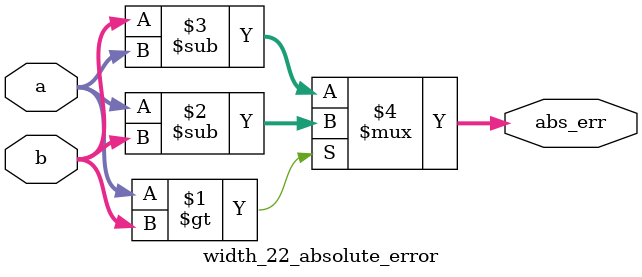
<source format=v>
module width_22_absolute_error(a, b, abs_err);
parameter _bit = 22;
input [_bit - 1: 0] a;
input [_bit - 1: 0] b;
output reg [_bit - 1: 0] abs_err;
assign abs_err = (a > b)? (a - b): (b - a);
endmodule

</source>
